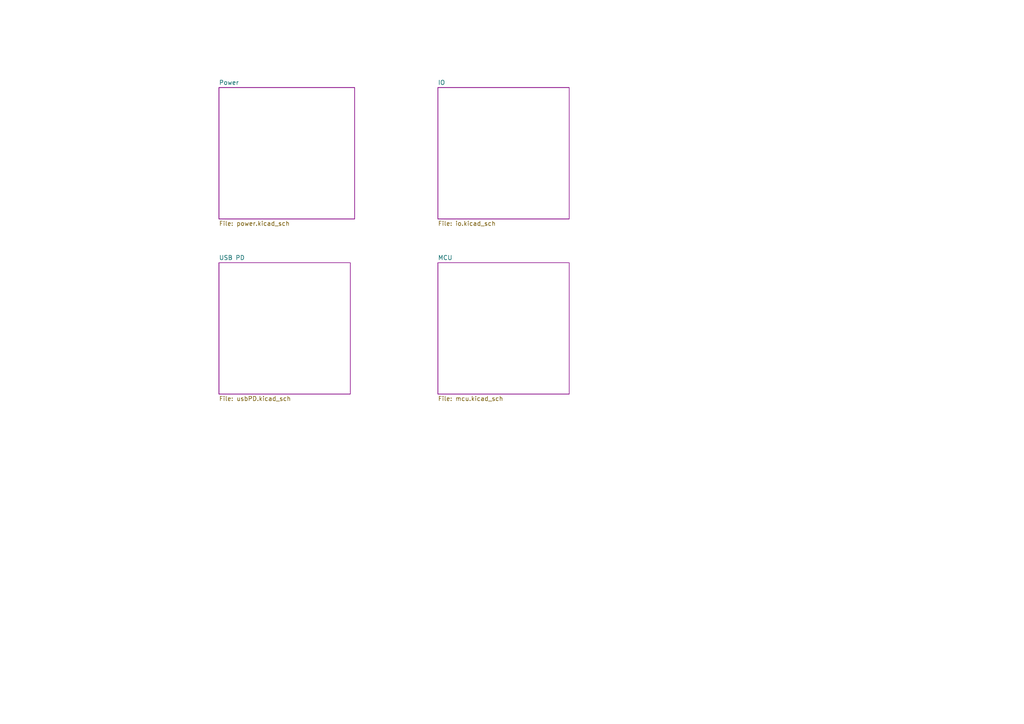
<source format=kicad_sch>
(kicad_sch (version 20211123) (generator eeschema)

  (uuid 95c420c2-8c9c-4e9d-a74c-b6c52a189535)

  (paper "A4")

  (lib_symbols
  )


  (sheet (at 127 25.4) (size 38.1 38.1) (fields_autoplaced)
    (stroke (width 0.1524) (type solid) (color 132 0 132 1))
    (fill (color 255 255 255 0.0000))
    (uuid 058f5227-fd1c-4c26-8989-32dbb48621b7)
    (property "Sheet name" "IO" (id 0) (at 127 24.6884 0)
      (effects (font (size 1.27 1.27)) (justify left bottom))
    )
    (property "Sheet file" "io.kicad_sch" (id 1) (at 127 64.0846 0)
      (effects (font (size 1.27 1.27)) (justify left top))
    )
  )

  (sheet (at 63.5 76.2) (size 38.1 38.1) (fields_autoplaced)
    (stroke (width 0.1524) (type solid) (color 132 0 132 1))
    (fill (color 255 255 255 0.0000))
    (uuid 9eda2272-717c-47ec-bcb5-c2a3c40f826f)
    (property "Sheet name" "USB PD" (id 0) (at 63.5 75.4884 0)
      (effects (font (size 1.27 1.27)) (justify left bottom))
    )
    (property "Sheet file" "usbPD.kicad_sch" (id 1) (at 63.5 114.8846 0)
      (effects (font (size 1.27 1.27)) (justify left top))
    )
  )

  (sheet (at 127 76.2) (size 38.1 38.1) (fields_autoplaced)
    (stroke (width 0.1524) (type solid) (color 132 0 132 1))
    (fill (color 255 255 255 0.0000))
    (uuid a8710013-2b8a-4f8e-9a99-5a3ce262358b)
    (property "Sheet name" "MCU" (id 0) (at 127 75.4884 0)
      (effects (font (size 1.27 1.27)) (justify left bottom))
    )
    (property "Sheet file" "mcu.kicad_sch" (id 1) (at 127 114.8846 0)
      (effects (font (size 1.27 1.27)) (justify left top))
    )
  )

  (sheet (at 63.5 25.4) (size 39.37 38.1) (fields_autoplaced)
    (stroke (width 0.1524) (type solid) (color 132 0 132 1))
    (fill (color 255 255 255 0.0000))
    (uuid ce483448-a552-41df-a69c-bd3d9f4cddd3)
    (property "Sheet name" "Power" (id 0) (at 63.5 24.6884 0)
      (effects (font (size 1.27 1.27)) (justify left bottom))
    )
    (property "Sheet file" "power.kicad_sch" (id 1) (at 63.5 64.0846 0)
      (effects (font (size 1.27 1.27)) (justify left top))
    )
  )

  (sheet_instances
    (path "/" (page "1"))
    (path "/a8710013-2b8a-4f8e-9a99-5a3ce262358b" (page "2"))
    (path "/058f5227-fd1c-4c26-8989-32dbb48621b7" (page "3"))
    (path "/9eda2272-717c-47ec-bcb5-c2a3c40f826f" (page "4"))
    (path "/ce483448-a552-41df-a69c-bd3d9f4cddd3" (page "5"))
  )

  (symbol_instances
    (path "/a8710013-2b8a-4f8e-9a99-5a3ce262358b/db1e014d-fe49-4d45-ba97-332c3838e314"
      (reference "#PWR0101") (unit 1) (value "GND") (footprint "")
    )
    (path "/a8710013-2b8a-4f8e-9a99-5a3ce262358b/453ae389-0e32-461b-80c0-a20ac19b4384"
      (reference "#PWR0102") (unit 1) (value "GND") (footprint "")
    )
    (path "/a8710013-2b8a-4f8e-9a99-5a3ce262358b/37f65097-2d94-4c0f-820d-8a45d4bc93f8"
      (reference "#PWR0103") (unit 1) (value "GND") (footprint "")
    )
    (path "/a8710013-2b8a-4f8e-9a99-5a3ce262358b/8cd64fe9-edcc-4083-9a83-39c4cb21bffa"
      (reference "#PWR0104") (unit 1) (value "GND") (footprint "")
    )
    (path "/a8710013-2b8a-4f8e-9a99-5a3ce262358b/1a5ed503-8406-4577-bf51-7e51efac4102"
      (reference "#PWR0105") (unit 1) (value "GND") (footprint "")
    )
    (path "/a8710013-2b8a-4f8e-9a99-5a3ce262358b/99f327b0-548a-4369-88dc-415498bb53e4"
      (reference "#PWR0106") (unit 1) (value "+3V3") (footprint "")
    )
    (path "/a8710013-2b8a-4f8e-9a99-5a3ce262358b/5463fc3d-56b1-439c-aec5-f9049346243c"
      (reference "#PWR0107") (unit 1) (value "GND") (footprint "")
    )
    (path "/a8710013-2b8a-4f8e-9a99-5a3ce262358b/320cef2c-c2ff-4a5d-be52-029dfc05e1f2"
      (reference "#PWR0108") (unit 1) (value "+3V3") (footprint "")
    )
    (path "/a8710013-2b8a-4f8e-9a99-5a3ce262358b/ad29122d-f7b4-46c6-a597-b04c05f61aa4"
      (reference "#PWR0109") (unit 1) (value "+3V3") (footprint "")
    )
    (path "/a8710013-2b8a-4f8e-9a99-5a3ce262358b/26e7a1ab-62da-4fa6-b514-55c1b8475a96"
      (reference "#PWR0110") (unit 1) (value "GND") (footprint "")
    )
    (path "/a8710013-2b8a-4f8e-9a99-5a3ce262358b/2db694eb-a163-40d3-9224-202b75c1d23f"
      (reference "#PWR0111") (unit 1) (value "+3V3") (footprint "")
    )
    (path "/a8710013-2b8a-4f8e-9a99-5a3ce262358b/2471f0a9-12c8-425b-964e-11026d3aedfe"
      (reference "#PWR0112") (unit 1) (value "+3V3") (footprint "")
    )
    (path "/a8710013-2b8a-4f8e-9a99-5a3ce262358b/be6be173-813e-4719-b351-a9788ff44243"
      (reference "#PWR0113") (unit 1) (value "+3V3") (footprint "")
    )
    (path "/a8710013-2b8a-4f8e-9a99-5a3ce262358b/d46fda34-ae0d-483a-b4ca-6359fc12c4a5"
      (reference "#PWR0114") (unit 1) (value "GND") (footprint "")
    )
    (path "/a8710013-2b8a-4f8e-9a99-5a3ce262358b/0228bc9f-3dab-4eeb-a928-a5ac50595888"
      (reference "#PWR0115") (unit 1) (value "+3V3") (footprint "")
    )
    (path "/a8710013-2b8a-4f8e-9a99-5a3ce262358b/de92d5e1-e335-4f5b-8cbe-8346e3f466b8"
      (reference "#PWR0116") (unit 1) (value "GND") (footprint "")
    )
    (path "/a8710013-2b8a-4f8e-9a99-5a3ce262358b/86f4bc10-4b41-4111-9b3b-105694f71505"
      (reference "#PWR0117") (unit 1) (value "GND") (footprint "")
    )
    (path "/a8710013-2b8a-4f8e-9a99-5a3ce262358b/f01ecaaf-51eb-459c-b472-e77080164c84"
      (reference "#PWR0118") (unit 1) (value "+3V3") (footprint "")
    )
    (path "/a8710013-2b8a-4f8e-9a99-5a3ce262358b/662104a7-80a2-4973-9985-a24c2ee268bc"
      (reference "#PWR0119") (unit 1) (value "GND") (footprint "")
    )
    (path "/a8710013-2b8a-4f8e-9a99-5a3ce262358b/161f905a-5f47-4586-83f9-e0fd98ea7357"
      (reference "#PWR0120") (unit 1) (value "GND") (footprint "")
    )
    (path "/058f5227-fd1c-4c26-8989-32dbb48621b7/3526cdb0-a9e2-429f-ab27-78e6a8a42c4e"
      (reference "#PWR0121") (unit 1) (value "+3V3") (footprint "")
    )
    (path "/058f5227-fd1c-4c26-8989-32dbb48621b7/c049e48b-8ac9-4bbc-b2bd-5ca475787adc"
      (reference "#PWR0122") (unit 1) (value "GND") (footprint "")
    )
    (path "/058f5227-fd1c-4c26-8989-32dbb48621b7/6f727989-b226-4966-8342-5fc1ac463978"
      (reference "#PWR0123") (unit 1) (value "GND") (footprint "")
    )
    (path "/058f5227-fd1c-4c26-8989-32dbb48621b7/3e0c7425-a815-4499-9bc1-e4f2a1013f22"
      (reference "#PWR0124") (unit 1) (value "+3V3") (footprint "")
    )
    (path "/058f5227-fd1c-4c26-8989-32dbb48621b7/4aced1af-1d16-4a07-a67d-8dc2c033fa84"
      (reference "#PWR0125") (unit 1) (value "+3V3") (footprint "")
    )
    (path "/058f5227-fd1c-4c26-8989-32dbb48621b7/f7dfbf05-6b81-4db3-b282-b4f4f14ae0d3"
      (reference "#PWR0127") (unit 1) (value "GND") (footprint "")
    )
    (path "/058f5227-fd1c-4c26-8989-32dbb48621b7/dcc9dbc1-849a-40ab-9310-9e4d779b908e"
      (reference "#PWR0128") (unit 1) (value "GND") (footprint "")
    )
    (path "/058f5227-fd1c-4c26-8989-32dbb48621b7/25dfcd7c-131e-41df-be27-ed1ae8ead851"
      (reference "#PWR0129") (unit 1) (value "GND") (footprint "")
    )
    (path "/058f5227-fd1c-4c26-8989-32dbb48621b7/c1003982-1ddb-4dd4-a06a-16cac53a89f1"
      (reference "#PWR0130") (unit 1) (value "GND") (footprint "")
    )
    (path "/058f5227-fd1c-4c26-8989-32dbb48621b7/32b248b1-16ea-4e50-940b-015b1bd54e6d"
      (reference "#PWR0131") (unit 1) (value "GND") (footprint "")
    )
    (path "/058f5227-fd1c-4c26-8989-32dbb48621b7/001e5805-ed96-46f8-ad0c-07fc5b2ef717"
      (reference "#PWR?") (unit 1) (value "GND") (footprint "")
    )
    (path "/ce483448-a552-41df-a69c-bd3d9f4cddd3/022fb728-b357-4324-b2e2-14ea46fef4fa"
      (reference "#PWR?") (unit 1) (value "+BATT") (footprint "")
    )
    (path "/ce483448-a552-41df-a69c-bd3d9f4cddd3/030b4b86-2ec0-4ed5-b867-12587c41d7ab"
      (reference "#PWR?") (unit 1) (value "GND") (footprint "")
    )
    (path "/058f5227-fd1c-4c26-8989-32dbb48621b7/11838381-df6e-48c0-b139-c019809c66ba"
      (reference "#PWR?") (unit 1) (value "GND") (footprint "")
    )
    (path "/ce483448-a552-41df-a69c-bd3d9f4cddd3/262abbcf-0c12-44b2-b536-46748823db92"
      (reference "#PWR?") (unit 1) (value "GND") (footprint "")
    )
    (path "/058f5227-fd1c-4c26-8989-32dbb48621b7/26ba9c72-255d-48e8-930f-f4caebade92d"
      (reference "#PWR?") (unit 1) (value "GND") (footprint "")
    )
    (path "/ce483448-a552-41df-a69c-bd3d9f4cddd3/2a7ee4c0-6694-446d-a3bc-d7cf7254c8ba"
      (reference "#PWR?") (unit 1) (value "+3V3") (footprint "")
    )
    (path "/ce483448-a552-41df-a69c-bd3d9f4cddd3/2ed12248-4adf-447d-9722-f55b05c73e1e"
      (reference "#PWR?") (unit 1) (value "+BATT") (footprint "")
    )
    (path "/058f5227-fd1c-4c26-8989-32dbb48621b7/3e7d7046-0ded-4637-90b6-607ed57d8a14"
      (reference "#PWR?") (unit 1) (value "+BATT") (footprint "")
    )
    (path "/ce483448-a552-41df-a69c-bd3d9f4cddd3/472fa645-38e1-40b8-ba9f-1b1d80198387"
      (reference "#PWR?") (unit 1) (value "GND") (footprint "")
    )
    (path "/058f5227-fd1c-4c26-8989-32dbb48621b7/57d4596e-c247-48fc-90c3-c455fb574929"
      (reference "#PWR?") (unit 1) (value "GND") (footprint "")
    )
    (path "/9eda2272-717c-47ec-bcb5-c2a3c40f826f/7acd5584-a51a-4ef2-9a66-d250097319c5"
      (reference "#PWR?") (unit 1) (value "GND") (footprint "")
    )
    (path "/058f5227-fd1c-4c26-8989-32dbb48621b7/a1160f8e-0a46-4267-8b17-73fb4defe174"
      (reference "#PWR?") (unit 1) (value "+BATT") (footprint "")
    )
    (path "/ce483448-a552-41df-a69c-bd3d9f4cddd3/a36d73f7-4a0b-46f0-9abb-e750833e466a"
      (reference "#PWR?") (unit 1) (value "GND") (footprint "")
    )
    (path "/058f5227-fd1c-4c26-8989-32dbb48621b7/a6e16a5b-9417-4d96-8e94-909795418b4a"
      (reference "#PWR?") (unit 1) (value "+3V3") (footprint "")
    )
    (path "/058f5227-fd1c-4c26-8989-32dbb48621b7/c92a2492-3689-461d-a43f-6ca45f23962b"
      (reference "#PWR?") (unit 1) (value "GND") (footprint "")
    )
    (path "/058f5227-fd1c-4c26-8989-32dbb48621b7/d5a12f6e-35b6-4123-a462-acc13f8a79cd"
      (reference "#PWR?") (unit 1) (value "+3V3") (footprint "")
    )
    (path "/ce483448-a552-41df-a69c-bd3d9f4cddd3/df153892-f17a-4e95-bbf5-ef5fa31ce813"
      (reference "#PWR?") (unit 1) (value "GND") (footprint "")
    )
    (path "/ce483448-a552-41df-a69c-bd3d9f4cddd3/e51c2b34-deba-4e97-85c1-bf21a0ab34bd"
      (reference "#PWR?") (unit 1) (value "+BATT") (footprint "")
    )
    (path "/058f5227-fd1c-4c26-8989-32dbb48621b7/e78e1d77-5566-4ebc-ab4b-573e8824352d"
      (reference "#PWR?") (unit 1) (value "VDD") (footprint "")
    )
    (path "/a8710013-2b8a-4f8e-9a99-5a3ce262358b/912c3396-df26-4569-bf9c-f462bf0a410c"
      (reference "AE?") (unit 1) (value "Antenna_Trace") (footprint "RF_Antenna:Texas_SWRA117D_2.4GHz_Left")
    )
    (path "/a8710013-2b8a-4f8e-9a99-5a3ce262358b/0108e187-0b64-4db6-9b4d-03cf064db92f"
      (reference "C?") (unit 1) (value "100nF 16V") (footprint "Capacitor_SMD:C_0402_1005Metric")
    )
    (path "/a8710013-2b8a-4f8e-9a99-5a3ce262358b/08cb6a6f-d2f3-4f36-bcc5-dc0410deddde"
      (reference "C?") (unit 1) (value "10uF 6.3V") (footprint "Capacitor_SMD:C_0402_1005Metric")
    )
    (path "/058f5227-fd1c-4c26-8989-32dbb48621b7/141ed5f5-9e57-480c-a949-4fd217ede27d"
      (reference "C?") (unit 1) (value "33pF") (footprint "Capacitor_SMD:C_0402_1005Metric")
    )
    (path "/ce483448-a552-41df-a69c-bd3d9f4cddd3/213fbae2-78ce-490b-b80a-9b8e6d9efbcf"
      (reference "C?") (unit 1) (value "22uF 25V") (footprint "Capacitor_SMD:C_1206_3216Metric")
    )
    (path "/058f5227-fd1c-4c26-8989-32dbb48621b7/3da1decf-0ed5-46d6-9292-fd2a590a1e30"
      (reference "C?") (unit 1) (value "100nF 16V") (footprint "Capacitor_SMD:C_0402_1005Metric")
    )
    (path "/058f5227-fd1c-4c26-8989-32dbb48621b7/4050525c-79d6-423c-876e-bc8b57a7320e"
      (reference "C?") (unit 1) (value "33pF") (footprint "Capacitor_SMD:C_0402_1005Metric")
    )
    (path "/058f5227-fd1c-4c26-8989-32dbb48621b7/54e4bb8f-907d-43e3-be17-c8e9430c1309"
      (reference "C?") (unit 1) (value "100nF 16V") (footprint "Capacitor_SMD:C_0402_1005Metric")
    )
    (path "/a8710013-2b8a-4f8e-9a99-5a3ce262358b/6e479f42-1f3b-49b0-8328-6e657cdfe5f5"
      (reference "C?") (unit 1) (value "DNP") (footprint "Capacitor_SMD:C_0402_1005Metric")
    )
    (path "/ce483448-a552-41df-a69c-bd3d9f4cddd3/94067996-ed01-44f0-a0c6-a10c28bf973a"
      (reference "C?") (unit 1) (value "22nF 50V") (footprint "Capacitor_SMD:C_0402_1005Metric")
    )
    (path "/ce483448-a552-41df-a69c-bd3d9f4cddd3/9ec11cbd-c572-4709-aa77-3ddecb010e1a"
      (reference "C?") (unit 1) (value "100uF 6.3V") (footprint "Capacitor_SMD:C_1206_3216Metric")
    )
    (path "/058f5227-fd1c-4c26-8989-32dbb48621b7/be698e56-7ab5-4463-911a-c6b0efb6d46b"
      (reference "C?") (unit 1) (value "100nF 16V") (footprint "Capacitor_SMD:C_0402_1005Metric")
    )
    (path "/a8710013-2b8a-4f8e-9a99-5a3ce262358b/c10c072f-8f87-49c2-ad59-36030c243084"
      (reference "C?") (unit 1) (value "100nF 16V") (footprint "Capacitor_SMD:C_0402_1005Metric")
    )
    (path "/a8710013-2b8a-4f8e-9a99-5a3ce262358b/c5d9b6ea-b6a0-49a5-ae59-4f98956a406b"
      (reference "C?") (unit 1) (value "100nF 16V") (footprint "Capacitor_SMD:C_0402_1005Metric")
    )
    (path "/a8710013-2b8a-4f8e-9a99-5a3ce262358b/ca5503ba-9771-4b0a-ba31-6e09cbb08388"
      (reference "C?") (unit 1) (value "100nF 16V") (footprint "Capacitor_SMD:C_0402_1005Metric")
    )
    (path "/a8710013-2b8a-4f8e-9a99-5a3ce262358b/e28eb57f-abce-4944-bc36-d3ad4a73c92a"
      (reference "C?") (unit 1) (value "DNP") (footprint "Capacitor_SMD:C_0402_1005Metric")
    )
    (path "/058f5227-fd1c-4c26-8989-32dbb48621b7/f65e4124-50f2-44b6-90eb-6283dadc7a9c"
      (reference "C?") (unit 1) (value "100nF 16V") (footprint "Capacitor_SMD:C_0402_1005Metric")
    )
    (path "/a8710013-2b8a-4f8e-9a99-5a3ce262358b/fa5cc046-ea70-4bec-98f9-3c7ad29e80b4"
      (reference "C?") (unit 1) (value "100nF 16V") (footprint "Capacitor_SMD:C_0402_1005Metric")
    )
    (path "/9eda2272-717c-47ec-bcb5-c2a3c40f826f/19168c9c-2042-4df1-93bb-12485da2e6dc"
      (reference "J?") (unit 1) (value "USB_C_Receptacle_USB2.0") (footprint "max_tails_library:USB_C_Receptacle_Korean_Hroparts_Elec-31-M-12_JLC")
    )
    (path "/058f5227-fd1c-4c26-8989-32dbb48621b7/91194117-b386-4da4-8de7-46226bfb73aa"
      (reference "J?") (unit 1) (value "Conn_01x03") (footprint "Connector_PinHeader_2.54mm:PinHeader_1x03_P2.54mm_Horizontal")
    )
    (path "/a8710013-2b8a-4f8e-9a99-5a3ce262358b/af539f6a-3c77-4f3a-a6ed-0d8e267238da"
      (reference "J?") (unit 1) (value "02x05 1.27mm") (footprint "")
    )
    (path "/058f5227-fd1c-4c26-8989-32dbb48621b7/bae12e8d-d0ed-4850-9078-9bbd057cce46"
      (reference "J?") (unit 1) (value "Conn_01x03") (footprint "Connector_PinHeader_2.54mm:PinHeader_1x03_P2.54mm_Horizontal")
    )
    (path "/ce483448-a552-41df-a69c-bd3d9f4cddd3/64d92e2e-874f-40a9-af4d-f9fcce53017e"
      (reference "L?") (unit 1) (value "uH") (footprint "")
    )
    (path "/a8710013-2b8a-4f8e-9a99-5a3ce262358b/9b191f06-4d95-4b2c-9362-27f1f1040a20"
      (reference "Q?") (unit 1) (value "Q_NPN_BEC") (footprint "Package_TO_SOT_SMD:SOT-23")
    )
    (path "/a8710013-2b8a-4f8e-9a99-5a3ce262358b/f449d180-e60d-4b5f-a430-3dfc326160fa"
      (reference "Q?") (unit 1) (value "Q_NPN_BEC") (footprint "Package_TO_SOT_SMD:SOT-23")
    )
    (path "/ce483448-a552-41df-a69c-bd3d9f4cddd3/1c10c77e-3b1a-49ed-a64c-e19d2b1c4194"
      (reference "R?") (unit 1) (value "22k") (footprint "Resistor_SMD:R_0402_1005Metric")
    )
    (path "/ce483448-a552-41df-a69c-bd3d9f4cddd3/9e50d09d-9b6c-4715-ae35-4fe42b2a5dea"
      (reference "R?") (unit 1) (value "100k 1%") (footprint "Resistor_SMD:R_0402_1005Metric")
    )
    (path "/a8710013-2b8a-4f8e-9a99-5a3ce262358b/aef1dfdd-a18c-4fc0-9f9c-600dfb643c3e"
      (reference "R?") (unit 1) (value "10k") (footprint "Resistor_SMD:R_0402_1005Metric")
    )
    (path "/a8710013-2b8a-4f8e-9a99-5a3ce262358b/b43e8eaa-de9a-4c97-9806-8e6fbb0830d1"
      (reference "R?") (unit 1) (value "10k") (footprint "Resistor_SMD:R_0402_1005Metric")
    )
    (path "/ce483448-a552-41df-a69c-bd3d9f4cddd3/b5da13f3-32aa-4bd1-8168-7982189bd3b5"
      (reference "R?") (unit 1) (value "22k") (footprint "Resistor_SMD:R_0402_1005Metric")
    )
    (path "/a8710013-2b8a-4f8e-9a99-5a3ce262358b/d66de934-4b36-4aa9-a107-a33e50e1cbbb"
      (reference "R?") (unit 1) (value "0R") (footprint "Resistor_SMD:R_0402_1005Metric")
    )
    (path "/ce483448-a552-41df-a69c-bd3d9f4cddd3/e85f60c7-f3bf-4e30-a555-97451a4dc08d"
      (reference "R?") (unit 1) (value "22k 1%") (footprint "Resistor_SMD:R_0402_1005Metric")
    )
    (path "/a8710013-2b8a-4f8e-9a99-5a3ce262358b/e9e198e9-8c8e-4ef0-a47d-bab38a4dbda9"
      (reference "R?") (unit 1) (value "10k") (footprint "Resistor_SMD:R_0402_1005Metric")
    )
    (path "/a8710013-2b8a-4f8e-9a99-5a3ce262358b/029ea8ae-ca10-4985-ae4b-12a3912e11db"
      (reference "SW?") (unit 1) (value "SW_Push") (footprint "Button_Switch_SMD:SW_Push_SPST_NO_Alps_SKRK")
    )
    (path "/a8710013-2b8a-4f8e-9a99-5a3ce262358b/0cf7d90d-6155-44be-b507-929a2f032123"
      (reference "SW?") (unit 1) (value "SW_Push") (footprint "Button_Switch_SMD:SW_Push_SPST_NO_Alps_SKRK")
    )
    (path "/a8710013-2b8a-4f8e-9a99-5a3ce262358b/1305c984-d300-4d12-a6c5-568790f8a5d6"
      (reference "SW?") (unit 1) (value "SW_Push") (footprint "Button_Switch_SMD:SW_Push_SPST_NO_Alps_SKRK")
    )
    (path "/a8710013-2b8a-4f8e-9a99-5a3ce262358b/a6348f11-80e7-413d-a028-33858a9abbad"
      (reference "SW?") (unit 1) (value "SW_Push") (footprint "Button_Switch_SMD:SW_Push_SPST_NO_Alps_SKRK")
    )
    (path "/ce483448-a552-41df-a69c-bd3d9f4cddd3/58f3f6f9-4b5d-44f2-a279-647be81eb165"
      (reference "U?") (unit 1) (value "MT2492") (footprint "Package_TO_SOT_SMD:SOT-23-6")
    )
    (path "/058f5227-fd1c-4c26-8989-32dbb48621b7/6921bdc4-f4e7-4639-89e3-721466b2ea72"
      (reference "U?") (unit 1) (value "LSM6DS3TR-C") (footprint "MaxTailsLibrary:LSM6DS3TR-C")
    )
    (path "/a8710013-2b8a-4f8e-9a99-5a3ce262358b/8772b576-98e2-4862-977a-f9ef13916ed4"
      (reference "U?") (unit 1) (value "ESP32-PICO-V3") (footprint "Package_DFN_QFN:QFN-48-1EP_7x7mm_P0.5mm_EP5.3x5.3mm")
    )
    (path "/058f5227-fd1c-4c26-8989-32dbb48621b7/a74f82c3-71ac-4d41-bd34-e81df5a3eece"
      (reference "U?") (unit 1) (value "CH340T") (footprint "Package_SO:SSOP-20_5.3x7.2mm_P0.65mm")
    )
    (path "/058f5227-fd1c-4c26-8989-32dbb48621b7/bf6a29c0-5de0-42e1-b349-9baf31b667dc"
      (reference "Y?") (unit 1) (value "12MHz") (footprint "Crystal:Crystal_SMD_3225-4Pin_3.2x2.5mm")
    )
  )
)

</source>
